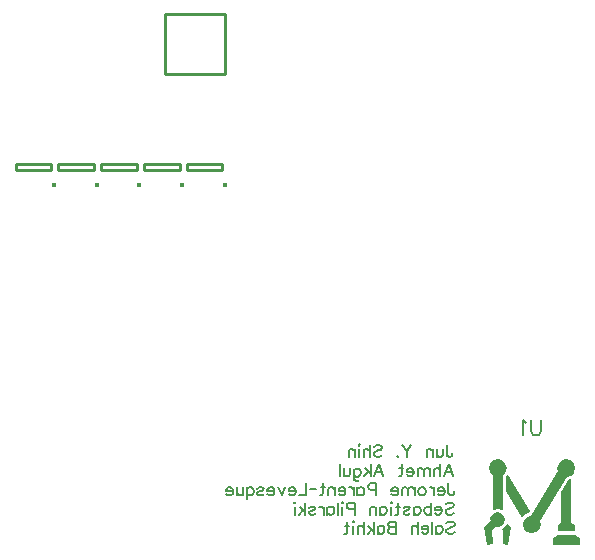
<source format=gbo>
G04 DipTrace 3.0.0.2*
G04 Power_Board.GBO*
%MOIN*%
G04 #@! TF.FileFunction,Legend,Bot*
G04 #@! TF.Part,Single*
%ADD10C,0.009843*%
%ADD38C,0.015404*%
%ADD105C,0.00772*%
%ADD106C,0.006176*%
%FSLAX26Y26*%
G04*
G70*
G90*
G75*
G01*
G04 BotSilk*
%LPD*%
X1427953Y3024016D2*
D10*
X1227953D1*
Y2824016D1*
X1427953D1*
Y3024016D1*
D38*
X1428487Y2455764D3*
X1419286Y2505905D2*
D10*
X1301181D1*
Y2525591D1*
X1419286D1*
Y2505905D1*
D38*
X1285770Y2455764D3*
X1276569Y2505905D2*
D10*
X1158465D1*
Y2525591D1*
X1276569D1*
Y2505905D1*
D38*
X1143054Y2455764D3*
X1133853Y2505905D2*
D10*
X1015748D1*
Y2525591D1*
X1133853D1*
Y2505905D1*
D38*
X1000337Y2455764D3*
X991136Y2505905D2*
D10*
X873031D1*
Y2525591D1*
X991136D1*
Y2505905D1*
D38*
X857621Y2455764D3*
X848420Y2505905D2*
D10*
X730315D1*
Y2525591D1*
X848420D1*
Y2505905D1*
G36*
X2610787Y1254638D2*
Y1278638D1*
X2593787Y1288638D1*
X2536787D1*
X2519787Y1278638D1*
Y1254638D1*
D1*
X2610787D1*
G37*
G36*
X2593787Y1300638D2*
Y1322638D1*
X2582787Y1329638D1*
Y1475638D1*
X2574787Y1473638D1*
X2547787Y1430638D1*
Y1329638D1*
X2536787Y1322638D1*
Y1300638D1*
X2593787D1*
G37*
G36*
X2567787Y1482638D2*
X2579787Y1486638D1*
X2590787Y1496638D1*
X2594787Y1511638D1*
X2590787Y1526638D1*
X2579787Y1537638D1*
X2565787Y1541638D1*
X2550787Y1537638D1*
X2539787Y1526638D1*
X2535787Y1511638D1*
X2538787Y1500638D1*
X2447787Y1352638D1*
X2435787Y1348638D1*
X2424787Y1337638D1*
X2420787Y1322638D1*
X2424787Y1308638D1*
X2435787Y1297638D1*
X2450787Y1293638D1*
X2465787Y1297638D1*
X2476787Y1308638D1*
X2480787Y1323638D1*
X2477787Y1335638D1*
X2567787Y1482638D1*
G37*
G36*
X2444787Y1367638D2*
X2441787Y1362638D1*
X2428787Y1358638D1*
X2417787Y1345638D1*
X2364787Y1433638D1*
Y1484638D1*
X2370787Y1489638D1*
D1*
X2444787Y1367638D1*
G37*
G36*
X2353787Y1488638D2*
X2361787Y1496638D1*
X2366787Y1511638D1*
X2362787Y1526638D1*
X2351787Y1537638D1*
X2336787Y1541638D1*
X2321787Y1537638D1*
X2310787Y1526638D1*
X2306787Y1511638D1*
X2310787Y1497638D1*
X2319787Y1488638D1*
Y1371638D1*
X2336787Y1376638D1*
X2353787Y1371638D1*
Y1488638D1*
G37*
G36*
X2367787Y1328638D2*
X2366787Y1323638D1*
X2354787Y1310638D1*
X2350787Y1309638D1*
X2353787Y1306638D1*
Y1257638D1*
X2370787Y1254638D1*
X2382787Y1314638D1*
X2367787Y1328638D1*
G37*
G36*
X2356787Y1352638D2*
X2359787Y1340638D1*
X2356787Y1328638D1*
X2347787Y1319638D1*
X2336787Y1316638D1*
X2330787Y1318638D1*
X2318787Y1305638D1*
X2319787Y1257638D1*
X2301787Y1254638D1*
X2290787Y1314638D1*
X2313787Y1337638D1*
X2312787Y1341638D1*
X2315787Y1351638D1*
X2324787Y1360638D1*
X2336787Y1363638D1*
X2348787Y1360638D1*
X2356787Y1352638D1*
G37*
X2481250Y1670861D2*
D105*
Y1634991D1*
X2478874Y1627806D1*
X2474065Y1623053D1*
X2466880Y1620621D1*
X2462127D1*
X2454942Y1623053D1*
X2450134Y1627806D1*
X2447757Y1634991D1*
Y1670861D1*
X2432318Y1661244D2*
X2427509Y1663676D1*
X2420324Y1670806D1*
Y1620621D1*
X2166686Y1588640D2*
D106*
Y1558043D1*
X2168587Y1552295D1*
X2170533Y1550394D1*
X2174335Y1548448D1*
X2178182D1*
X2181984Y1550394D1*
X2183886Y1552295D1*
X2185831Y1558043D1*
Y1561846D1*
X2154334Y1575243D2*
Y1556098D1*
X2152433Y1550394D1*
X2148586Y1548448D1*
X2142838D1*
X2139036Y1550394D1*
X2133288Y1556098D1*
Y1575243D2*
Y1548448D1*
X2120936Y1575243D2*
Y1548448D1*
Y1567594D2*
X2115188Y1573342D1*
X2111342Y1575243D1*
X2105638D1*
X2101791Y1573342D1*
X2099890Y1567594D1*
Y1548448D1*
X2048658Y1588640D2*
X2033359Y1569495D1*
Y1548448D1*
X2018060Y1588640D2*
X2033359Y1569495D1*
X2003808Y1552295D2*
X2005709Y1550350D1*
X2003808Y1548448D1*
X2001862Y1550350D1*
X2003808Y1552295D1*
X1923835Y1582892D2*
X1927638Y1586739D1*
X1933386Y1588640D1*
X1941035D1*
X1946783Y1586739D1*
X1950630Y1582892D1*
Y1579090D1*
X1948685Y1575243D1*
X1946783Y1573342D1*
X1942981Y1571441D1*
X1931485Y1567594D1*
X1927638Y1565692D1*
X1925737Y1563747D1*
X1923835Y1559944D1*
Y1554196D1*
X1927638Y1550394D1*
X1933386Y1548448D1*
X1941035D1*
X1946783Y1550394D1*
X1950630Y1554196D1*
X1911484Y1588640D2*
Y1548448D1*
Y1567594D2*
X1905736Y1573342D1*
X1901889Y1575243D1*
X1896141D1*
X1892339Y1573342D1*
X1890437Y1567594D1*
Y1548448D1*
X1878086Y1588640D2*
X1876185Y1586739D1*
X1874239Y1588640D1*
X1876185Y1590586D1*
X1878086Y1588640D1*
X1876185Y1575243D2*
Y1548448D1*
X1861888Y1575243D2*
Y1548448D1*
Y1567594D2*
X1856140Y1573342D1*
X1852293Y1575243D1*
X1846589D1*
X1842742Y1573342D1*
X1840841Y1567594D1*
Y1548448D1*
X2158470Y1484472D2*
X2173813Y1524664D1*
X2189112Y1484472D1*
X2183364Y1497869D2*
X2164218D1*
X2146119Y1524664D2*
Y1484472D1*
Y1503617D2*
X2140371Y1509365D1*
X2136524Y1511267D1*
X2130776D1*
X2126973Y1509365D1*
X2125072Y1503617D1*
Y1484472D1*
X2112721Y1511267D2*
Y1484472D1*
Y1503617D2*
X2106973Y1509365D1*
X2103126Y1511267D1*
X2097422D1*
X2093575Y1509365D1*
X2091674Y1503617D1*
Y1484472D1*
Y1503617D2*
X2085926Y1509365D1*
X2082079Y1511267D1*
X2076376D1*
X2072529Y1509365D1*
X2070583Y1503617D1*
Y1484472D1*
X2058232Y1499771D2*
X2035284D1*
Y1503617D1*
X2037185Y1507464D1*
X2039086Y1509365D1*
X2042933Y1511267D1*
X2048681D1*
X2052484Y1509365D1*
X2056331Y1505519D1*
X2058232Y1499771D1*
Y1495968D1*
X2056331Y1490220D1*
X2052484Y1486418D1*
X2048681Y1484472D1*
X2042933D1*
X2039086Y1486418D1*
X2035284Y1490220D1*
X2017185Y1524664D2*
Y1492121D1*
X2015283Y1486418D1*
X2011436Y1484472D1*
X2007634D1*
X2022933Y1511267D2*
X2009535D1*
X1925760Y1484472D2*
X1941103Y1524664D1*
X1956402Y1484472D1*
X1950654Y1497869D2*
X1931508D1*
X1913409Y1524664D2*
Y1484472D1*
X1894264Y1511267D2*
X1913409Y1492121D1*
X1905760Y1499771D2*
X1892362Y1484472D1*
X1857063Y1509365D2*
Y1478724D1*
X1858964Y1473020D1*
X1860866Y1471075D1*
X1864712Y1469173D1*
X1870460D1*
X1874263Y1471075D1*
X1857063Y1503617D2*
X1860866Y1507420D1*
X1864712Y1509365D1*
X1870460D1*
X1874263Y1507420D1*
X1878110Y1503617D1*
X1880011Y1497869D1*
Y1494023D1*
X1878110Y1488319D1*
X1874263Y1484472D1*
X1870460Y1482571D1*
X1864712D1*
X1860866Y1484472D1*
X1857063Y1488319D1*
X1844712Y1511267D2*
Y1492121D1*
X1842810Y1486418D1*
X1838964Y1484472D1*
X1833216D1*
X1829413Y1486418D1*
X1823665Y1492121D1*
Y1511267D2*
Y1484472D1*
X1811314Y1524664D2*
Y1484472D1*
X2172822Y1460688D2*
Y1430090D1*
X2174723Y1424342D1*
X2176669Y1422441D1*
X2180471Y1420496D1*
X2184318D1*
X2188121Y1422441D1*
X2190022Y1424342D1*
X2191967Y1430090D1*
Y1433893D1*
X2160471Y1435794D2*
X2137523D1*
Y1439641D1*
X2139424Y1443488D1*
X2141325Y1445389D1*
X2145172Y1447290D1*
X2150920D1*
X2154722Y1445389D1*
X2158569Y1441542D1*
X2160471Y1435794D1*
Y1431992D1*
X2158569Y1426244D1*
X2154722Y1422441D1*
X2150920Y1420496D1*
X2145172D1*
X2141325Y1422441D1*
X2137523Y1426244D1*
X2125171Y1447290D2*
Y1420496D1*
Y1435794D2*
X2123226Y1441542D1*
X2119423Y1445389D1*
X2115576Y1447290D1*
X2109828D1*
X2087926D2*
X2091729Y1445389D1*
X2095576Y1441542D1*
X2097477Y1435794D1*
Y1431992D1*
X2095576Y1426244D1*
X2091729Y1422441D1*
X2087926Y1420496D1*
X2082178D1*
X2078332Y1422441D1*
X2074529Y1426244D1*
X2072584Y1431992D1*
Y1435794D1*
X2074529Y1441542D1*
X2078332Y1445389D1*
X2082178Y1447290D1*
X2087926D1*
X2060232D2*
Y1420496D1*
Y1439641D2*
X2054484Y1445389D1*
X2050637Y1447290D1*
X2044934D1*
X2041087Y1445389D1*
X2039186Y1439641D1*
Y1420496D1*
Y1439641D2*
X2033438Y1445389D1*
X2029591Y1447290D1*
X2023887D1*
X2020040Y1445389D1*
X2018095Y1439641D1*
Y1420496D1*
X2005743Y1435794D2*
X1982795D1*
Y1439641D1*
X1984697Y1443488D1*
X1986598Y1445389D1*
X1990445Y1447290D1*
X1996193D1*
X1999995Y1445389D1*
X2003842Y1441542D1*
X2005743Y1435794D1*
Y1431992D1*
X2003842Y1426244D1*
X1999995Y1422441D1*
X1996193Y1420496D1*
X1990445D1*
X1986598Y1422441D1*
X1982795Y1426244D1*
X1931563Y1439641D2*
X1914319D1*
X1908615Y1441542D1*
X1906670Y1443488D1*
X1904769Y1447290D1*
Y1453038D1*
X1906670Y1456841D1*
X1908615Y1458786D1*
X1914319Y1460688D1*
X1931563D1*
Y1420496D1*
X1869469Y1447290D2*
Y1420496D1*
Y1441542D2*
X1873272Y1445389D1*
X1877119Y1447290D1*
X1882822D1*
X1886669Y1445389D1*
X1890472Y1441542D1*
X1892417Y1435794D1*
Y1431992D1*
X1890472Y1426244D1*
X1886669Y1422441D1*
X1882822Y1420496D1*
X1877119D1*
X1873272Y1422441D1*
X1869469Y1426244D1*
X1857118Y1447290D2*
Y1420496D1*
Y1435794D2*
X1855172Y1441542D1*
X1851370Y1445389D1*
X1847523Y1447290D1*
X1841775D1*
X1829424Y1435794D2*
X1806476D1*
Y1439641D1*
X1808377Y1443488D1*
X1810278Y1445389D1*
X1814125Y1447290D1*
X1819873D1*
X1823676Y1445389D1*
X1827522Y1441542D1*
X1829424Y1435794D1*
Y1431992D1*
X1827522Y1426244D1*
X1823676Y1422441D1*
X1819873Y1420496D1*
X1814125D1*
X1810278Y1422441D1*
X1806476Y1426244D1*
X1794124Y1447290D2*
Y1420496D1*
Y1439641D2*
X1788376Y1445389D1*
X1784530Y1447290D1*
X1778826D1*
X1774979Y1445389D1*
X1773078Y1439641D1*
Y1420496D1*
X1754978Y1460688D2*
Y1428145D1*
X1753077Y1422441D1*
X1749230Y1420496D1*
X1745428D1*
X1760726Y1447290D2*
X1747329D1*
X1733076Y1440570D2*
X1710968D1*
X1698617Y1460688D2*
Y1420496D1*
X1675669D1*
X1663318Y1435794D2*
X1640370D1*
Y1439641D1*
X1642271Y1443488D1*
X1644172Y1445389D1*
X1648019Y1447290D1*
X1653767D1*
X1657570Y1445389D1*
X1661417Y1441542D1*
X1663318Y1435794D1*
Y1431992D1*
X1661417Y1426244D1*
X1657570Y1422441D1*
X1653767Y1420496D1*
X1648019D1*
X1644172Y1422441D1*
X1640370Y1426244D1*
X1628018Y1447290D2*
X1616522Y1420496D1*
X1605071Y1447290D1*
X1592719Y1435794D2*
X1569771D1*
Y1439641D1*
X1571673Y1443488D1*
X1573574Y1445389D1*
X1577421Y1447290D1*
X1583169D1*
X1586971Y1445389D1*
X1590818Y1441542D1*
X1592719Y1435794D1*
Y1431992D1*
X1590818Y1426244D1*
X1586971Y1422441D1*
X1583169Y1420496D1*
X1577421D1*
X1573574Y1422441D1*
X1569771Y1426244D1*
X1536373Y1441542D2*
X1538274Y1445389D1*
X1544023Y1447290D1*
X1549771D1*
X1555519Y1445389D1*
X1557420Y1441542D1*
X1555519Y1437740D1*
X1551672Y1435794D1*
X1542121Y1433893D1*
X1538274Y1431992D1*
X1536373Y1428145D1*
Y1426244D1*
X1538274Y1422441D1*
X1544023Y1420496D1*
X1549771D1*
X1555519Y1422441D1*
X1557420Y1426244D1*
X1501074Y1447290D2*
Y1407098D1*
Y1441542D2*
X1504876Y1445345D1*
X1508723Y1447290D1*
X1514471D1*
X1518274Y1445345D1*
X1522121Y1441542D1*
X1524022Y1435794D1*
Y1431947D1*
X1522121Y1426244D1*
X1518274Y1422397D1*
X1514471Y1420496D1*
X1508723D1*
X1504876Y1422397D1*
X1501074Y1426244D1*
X1488723Y1447290D2*
Y1428145D1*
X1486821Y1422441D1*
X1482974Y1420496D1*
X1477226D1*
X1473424Y1422441D1*
X1467676Y1428145D1*
Y1447290D2*
Y1420496D1*
X1455324Y1435794D2*
X1432377D1*
Y1439641D1*
X1434278Y1443488D1*
X1436179Y1445389D1*
X1440026Y1447290D1*
X1445774D1*
X1449576Y1445389D1*
X1453423Y1441542D1*
X1455324Y1435794D1*
Y1431992D1*
X1453423Y1426244D1*
X1449576Y1422441D1*
X1445774Y1420496D1*
X1440026D1*
X1436179Y1422441D1*
X1432377Y1426244D1*
X2163160Y1390963D2*
X2166963Y1394810D1*
X2172711Y1396711D1*
X2180360D1*
X2186108Y1394810D1*
X2189955Y1390963D1*
Y1387161D1*
X2188009Y1383314D1*
X2186108Y1381413D1*
X2182305Y1379511D1*
X2170809Y1375665D1*
X2166963Y1373763D1*
X2165061Y1371818D1*
X2163160Y1368015D1*
Y1362267D1*
X2166963Y1358465D1*
X2172711Y1356519D1*
X2180360D1*
X2186108Y1358465D1*
X2189955Y1362267D1*
X2150809Y1371818D2*
X2127861D1*
Y1375665D1*
X2129762Y1379511D1*
X2131663Y1381413D1*
X2135510Y1383314D1*
X2141258D1*
X2145061Y1381413D1*
X2148907Y1377566D1*
X2150809Y1371818D1*
Y1368015D1*
X2148907Y1362267D1*
X2145061Y1358465D1*
X2141258Y1356519D1*
X2135510D1*
X2131663Y1358465D1*
X2127861Y1362267D1*
X2115509Y1396711D2*
Y1356519D1*
Y1377566D2*
X2111663Y1381413D1*
X2107860Y1383314D1*
X2102112D1*
X2098310Y1381413D1*
X2094463Y1377566D1*
X2092562Y1371818D1*
Y1368015D1*
X2094463Y1362267D1*
X2098310Y1358465D1*
X2102112Y1356519D1*
X2107860D1*
X2111663Y1358465D1*
X2115509Y1362267D1*
X2057262Y1383314D2*
Y1356519D1*
Y1377566D2*
X2061065Y1381413D1*
X2064912Y1383314D1*
X2070615D1*
X2074462Y1381413D1*
X2078265Y1377566D1*
X2080210Y1371818D1*
Y1368015D1*
X2078265Y1362267D1*
X2074462Y1358465D1*
X2070615Y1356519D1*
X2064912D1*
X2061065Y1358465D1*
X2057262Y1362267D1*
X2023864Y1377566D2*
X2025765Y1381413D1*
X2031513Y1383314D1*
X2037262D1*
X2043010Y1381413D1*
X2044911Y1377566D1*
X2043010Y1373763D1*
X2039163Y1371818D1*
X2029612Y1369917D1*
X2025765Y1368015D1*
X2023864Y1364169D1*
Y1362267D1*
X2025765Y1358465D1*
X2031513Y1356519D1*
X2037262D1*
X2043010Y1358465D1*
X2044911Y1362267D1*
X2005765Y1396711D2*
Y1364169D1*
X2003863Y1358465D1*
X2000017Y1356519D1*
X1996214D1*
X2011513Y1383314D2*
X1998115D1*
X1983863Y1396711D2*
X1981961Y1394810D1*
X1980016Y1396711D1*
X1981961Y1398657D1*
X1983863Y1396711D1*
X1981961Y1383314D2*
Y1356519D1*
X1944717Y1383314D2*
Y1356519D1*
Y1377566D2*
X1948519Y1381413D1*
X1952366Y1383314D1*
X1958070D1*
X1961917Y1381413D1*
X1965719Y1377566D1*
X1967665Y1371818D1*
Y1368015D1*
X1965719Y1362267D1*
X1961917Y1358465D1*
X1958070Y1356519D1*
X1952366D1*
X1948519Y1358465D1*
X1944717Y1362267D1*
X1932365Y1383314D2*
Y1356519D1*
Y1375665D2*
X1926617Y1381413D1*
X1922771Y1383314D1*
X1917067D1*
X1913220Y1381413D1*
X1911319Y1375665D1*
Y1356519D1*
X1860086Y1375665D2*
X1842842D1*
X1837139Y1377566D1*
X1835193Y1379511D1*
X1833292Y1383314D1*
Y1389062D1*
X1835193Y1392865D1*
X1837139Y1394810D1*
X1842842Y1396711D1*
X1860086D1*
Y1356519D1*
X1820940Y1396711D2*
X1819039Y1394810D1*
X1817094Y1396711D1*
X1819039Y1398657D1*
X1820940Y1396711D1*
X1819039Y1383314D2*
Y1356519D1*
X1804742Y1396711D2*
Y1356519D1*
X1769443Y1383314D2*
Y1356519D1*
Y1377566D2*
X1773246Y1381413D1*
X1777092Y1383314D1*
X1782796D1*
X1786643Y1381413D1*
X1790445Y1377566D1*
X1792391Y1371818D1*
Y1368015D1*
X1790445Y1362267D1*
X1786643Y1358465D1*
X1782796Y1356519D1*
X1777092D1*
X1773246Y1358465D1*
X1769443Y1362267D1*
X1757092Y1383314D2*
Y1356519D1*
Y1371818D2*
X1755146Y1377566D1*
X1751344Y1381413D1*
X1747497Y1383314D1*
X1741749D1*
X1708351Y1377566D2*
X1710252Y1381413D1*
X1716000Y1383314D1*
X1721748D1*
X1727496Y1381413D1*
X1729397Y1377566D1*
X1727496Y1373763D1*
X1723649Y1371818D1*
X1714099Y1369917D1*
X1710252Y1368015D1*
X1708351Y1364169D1*
Y1362267D1*
X1710252Y1358465D1*
X1716000Y1356519D1*
X1721748D1*
X1727496Y1358465D1*
X1729397Y1362267D1*
X1695999Y1396711D2*
Y1356519D1*
X1676854Y1383314D2*
X1695999Y1364169D1*
X1688350Y1371818D2*
X1674953Y1356519D1*
X1662601Y1396711D2*
X1660700Y1394810D1*
X1658755Y1396711D1*
X1660700Y1398657D1*
X1662601Y1396711D1*
X1660700Y1383314D2*
Y1356519D1*
X2166396Y1326987D2*
X2170198Y1330834D1*
X2175946Y1332735D1*
X2183596D1*
X2189344Y1330834D1*
X2193190Y1326987D1*
Y1323184D1*
X2191245Y1319338D1*
X2189344Y1317436D1*
X2185541Y1315535D1*
X2174045Y1311688D1*
X2170198Y1309787D1*
X2168297Y1307841D1*
X2166396Y1304039D1*
Y1298291D1*
X2170198Y1294488D1*
X2175946Y1292543D1*
X2183596D1*
X2189344Y1294488D1*
X2193190Y1298291D1*
X2131096Y1319338D2*
Y1292543D1*
Y1313590D2*
X2134899Y1317436D1*
X2138746Y1319338D1*
X2144450D1*
X2148296Y1317436D1*
X2152099Y1313590D1*
X2154044Y1307841D1*
Y1304039D1*
X2152099Y1298291D1*
X2148296Y1294488D1*
X2144450Y1292543D1*
X2138746D1*
X2134899Y1294488D1*
X2131096Y1298291D1*
X2118745Y1332735D2*
Y1292543D1*
X2106394Y1307841D2*
X2083446D1*
Y1311688D1*
X2085347Y1315535D1*
X2087248Y1317436D1*
X2091095Y1319338D1*
X2096843D1*
X2100646Y1317436D1*
X2104492Y1313590D1*
X2106394Y1307841D1*
Y1304039D1*
X2104492Y1298291D1*
X2100646Y1294488D1*
X2096843Y1292543D1*
X2091095D1*
X2087248Y1294488D1*
X2083446Y1298291D1*
X2071094Y1332735D2*
Y1292543D1*
Y1311688D2*
X2065346Y1317436D1*
X2061500Y1319338D1*
X2055752D1*
X2051949Y1317436D1*
X2050048Y1311688D1*
Y1292543D1*
X1998816Y1332735D2*
Y1292543D1*
X1981571D1*
X1975823Y1294488D1*
X1973922Y1296390D1*
X1972021Y1300192D1*
Y1305940D1*
X1973922Y1309787D1*
X1975823Y1311688D1*
X1981571Y1313590D1*
X1975823Y1315535D1*
X1973922Y1317436D1*
X1972021Y1321239D1*
Y1325086D1*
X1973922Y1328888D1*
X1975823Y1330834D1*
X1981571Y1332735D1*
X1998816D1*
Y1313590D2*
X1981571D1*
X1936722Y1319338D2*
Y1292543D1*
Y1313590D2*
X1940524Y1317436D1*
X1944371Y1319338D1*
X1950075D1*
X1953921Y1317436D1*
X1957724Y1313590D1*
X1959669Y1307841D1*
Y1304039D1*
X1957724Y1298291D1*
X1953921Y1294488D1*
X1950075Y1292543D1*
X1944371D1*
X1940524Y1294488D1*
X1936722Y1298291D1*
X1924370Y1332735D2*
Y1292543D1*
X1905225Y1319338D2*
X1924370Y1300192D1*
X1916721Y1307841D2*
X1903324Y1292543D1*
X1890972Y1332735D2*
Y1292543D1*
Y1311688D2*
X1885224Y1317436D1*
X1881377Y1319338D1*
X1875629D1*
X1871827Y1317436D1*
X1869926Y1311688D1*
Y1292543D1*
X1857574Y1332735D2*
X1855673Y1330834D1*
X1853727Y1332735D1*
X1855673Y1334680D1*
X1857574Y1332735D1*
X1855673Y1319338D2*
Y1292543D1*
X1835628Y1332735D2*
Y1300192D1*
X1833727Y1294488D1*
X1829880Y1292543D1*
X1826077D1*
X1841376Y1319338D2*
X1827979D1*
M02*

</source>
